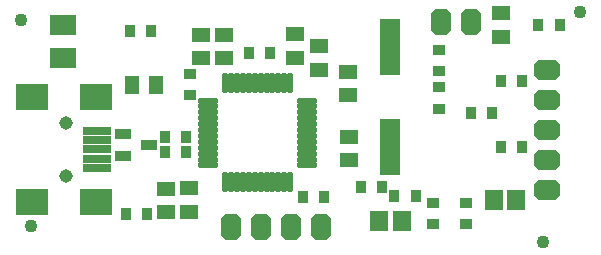
<source format=gts>
G04*
G04 #@! TF.GenerationSoftware,Altium Limited,Altium Designer,19.0.15 (446)*
G04*
G04 Layer_Color=8388736*
%FSLAX23Y23*%
%MOIN*%
G70*
G01*
G75*
%ADD28R,0.059X0.045*%
%ADD29R,0.036X0.043*%
%ADD30R,0.053X0.032*%
%ADD31R,0.045X0.059*%
%ADD32R,0.059X0.071*%
%ADD33R,0.043X0.036*%
%ADD34R,0.067X0.185*%
%ADD35R,0.087X0.071*%
G04:AMPARAMS|DCode=36|XSize=19mil|YSize=69mil|CornerRadius=7mil|HoleSize=0mil|Usage=FLASHONLY|Rotation=180.000|XOffset=0mil|YOffset=0mil|HoleType=Round|Shape=RoundedRectangle|*
%AMROUNDEDRECTD36*
21,1,0.019,0.056,0,0,180.0*
21,1,0.006,0.069,0,0,180.0*
1,1,0.014,-0.003,0.028*
1,1,0.014,0.003,0.028*
1,1,0.014,0.003,-0.028*
1,1,0.014,-0.003,-0.028*
%
%ADD36ROUNDEDRECTD36*%
G04:AMPARAMS|DCode=37|XSize=19mil|YSize=69mil|CornerRadius=7mil|HoleSize=0mil|Usage=FLASHONLY|Rotation=270.000|XOffset=0mil|YOffset=0mil|HoleType=Round|Shape=RoundedRectangle|*
%AMROUNDEDRECTD37*
21,1,0.019,0.056,0,0,270.0*
21,1,0.006,0.069,0,0,270.0*
1,1,0.014,-0.028,-0.003*
1,1,0.014,-0.028,0.003*
1,1,0.014,0.028,0.003*
1,1,0.014,0.028,-0.003*
%
%ADD37ROUNDEDRECTD37*%
%ADD38R,0.106X0.087*%
%ADD39R,0.097X0.028*%
G04:AMPARAMS|DCode=40|XSize=88mil|YSize=68mil|CornerRadius=0mil|HoleSize=0mil|Usage=FLASHONLY|Rotation=270.000|XOffset=0mil|YOffset=0mil|HoleType=Round|Shape=Octagon|*
%AMOCTAGOND40*
4,1,8,-0.017,-0.044,0.017,-0.044,0.034,-0.027,0.034,0.027,0.017,0.044,-0.017,0.044,-0.034,0.027,-0.034,-0.027,-0.017,-0.044,0.0*
%
%ADD40OCTAGOND40*%

G04:AMPARAMS|DCode=41|XSize=88mil|YSize=68mil|CornerRadius=0mil|HoleSize=0mil|Usage=FLASHONLY|Rotation=180.000|XOffset=0mil|YOffset=0mil|HoleType=Round|Shape=Octagon|*
%AMOCTAGOND41*
4,1,8,-0.044,0.017,-0.044,-0.017,-0.027,-0.034,0.027,-0.034,0.044,-0.017,0.044,0.017,0.027,0.034,-0.027,0.034,-0.044,0.017,0.0*
%
%ADD41OCTAGOND41*%

%ADD42C,0.045*%
%ADD43C,0.043*%
D28*
X3700Y3741D02*
D03*
X3700Y3819D02*
D03*
X3094Y3351D02*
D03*
X3094Y3429D02*
D03*
X3170Y3351D02*
D03*
X3170Y3430D02*
D03*
X3705Y3524D02*
D03*
X3705Y3603D02*
D03*
X4210Y4014D02*
D03*
X4210Y3936D02*
D03*
X3525Y3944D02*
D03*
X3525Y3865D02*
D03*
X3605Y3904D02*
D03*
X3605Y3825D02*
D03*
X3287Y3942D02*
D03*
X3287Y3864D02*
D03*
X3212Y3942D02*
D03*
X3212Y3864D02*
D03*
D29*
X3855Y3405D02*
D03*
X3926D02*
D03*
X3745Y3435D02*
D03*
X3815D02*
D03*
X3160Y3550D02*
D03*
X3090D02*
D03*
X3160Y3600D02*
D03*
X3090D02*
D03*
X3030Y3345D02*
D03*
X2960D02*
D03*
X3550Y3400D02*
D03*
X3620D02*
D03*
X4280Y3789D02*
D03*
X4210D02*
D03*
X4180Y3680D02*
D03*
X4110D02*
D03*
X4280Y3567D02*
D03*
X4210D02*
D03*
X4406Y3975D02*
D03*
X4335D02*
D03*
X2975Y3955D02*
D03*
X3045D02*
D03*
X3370Y3881D02*
D03*
X3440D02*
D03*
D30*
X3039Y3575D02*
D03*
X2951Y3538D02*
D03*
Y3612D02*
D03*
D31*
X2981Y3775D02*
D03*
X3060D02*
D03*
D32*
X4188Y3392D02*
D03*
X4262D02*
D03*
X3805Y3320D02*
D03*
X3880D02*
D03*
D33*
X3985Y3310D02*
D03*
Y3381D02*
D03*
X4095Y3311D02*
D03*
Y3382D02*
D03*
X4005Y3820D02*
D03*
Y3890D02*
D03*
Y3696D02*
D03*
Y3767D02*
D03*
X3175Y3811D02*
D03*
Y3740D02*
D03*
D34*
X3840Y3902D02*
D03*
Y3568D02*
D03*
D35*
X2750Y3865D02*
D03*
Y3975D02*
D03*
D36*
X3508Y3450D02*
D03*
X3489D02*
D03*
X3469D02*
D03*
X3449D02*
D03*
X3430D02*
D03*
X3410D02*
D03*
X3390D02*
D03*
X3370D02*
D03*
X3351D02*
D03*
X3331D02*
D03*
X3311D02*
D03*
X3292D02*
D03*
Y3780D02*
D03*
X3311D02*
D03*
X3331D02*
D03*
X3351D02*
D03*
X3370D02*
D03*
X3390D02*
D03*
X3410D02*
D03*
X3430D02*
D03*
X3449D02*
D03*
X3469D02*
D03*
X3489D02*
D03*
X3508D02*
D03*
D37*
X3235Y3507D02*
D03*
Y3526D02*
D03*
Y3546D02*
D03*
Y3566D02*
D03*
Y3585D02*
D03*
Y3605D02*
D03*
Y3625D02*
D03*
Y3645D02*
D03*
Y3664D02*
D03*
Y3684D02*
D03*
Y3704D02*
D03*
Y3723D02*
D03*
X3565D02*
D03*
Y3704D02*
D03*
Y3684D02*
D03*
Y3664D02*
D03*
Y3645D02*
D03*
Y3625D02*
D03*
Y3605D02*
D03*
Y3585D02*
D03*
Y3566D02*
D03*
Y3546D02*
D03*
Y3526D02*
D03*
Y3507D02*
D03*
D38*
X2646Y3385D02*
D03*
Y3735D02*
D03*
X2860Y3385D02*
D03*
Y3735D02*
D03*
D39*
X2865Y3497D02*
D03*
Y3529D02*
D03*
Y3560D02*
D03*
Y3591D02*
D03*
Y3623D02*
D03*
D40*
X3310Y3300D02*
D03*
X3410D02*
D03*
X3510D02*
D03*
X3610D02*
D03*
X4110Y3985D02*
D03*
X4010D02*
D03*
D41*
X4365Y3826D02*
D03*
Y3726D02*
D03*
Y3626D02*
D03*
Y3526D02*
D03*
Y3426D02*
D03*
D42*
X2760Y3473D02*
D03*
Y3647D02*
D03*
D43*
X4475Y4018D02*
D03*
X2610Y3993D02*
D03*
X4350Y3250D02*
D03*
X2645Y3305D02*
D03*
M02*

</source>
